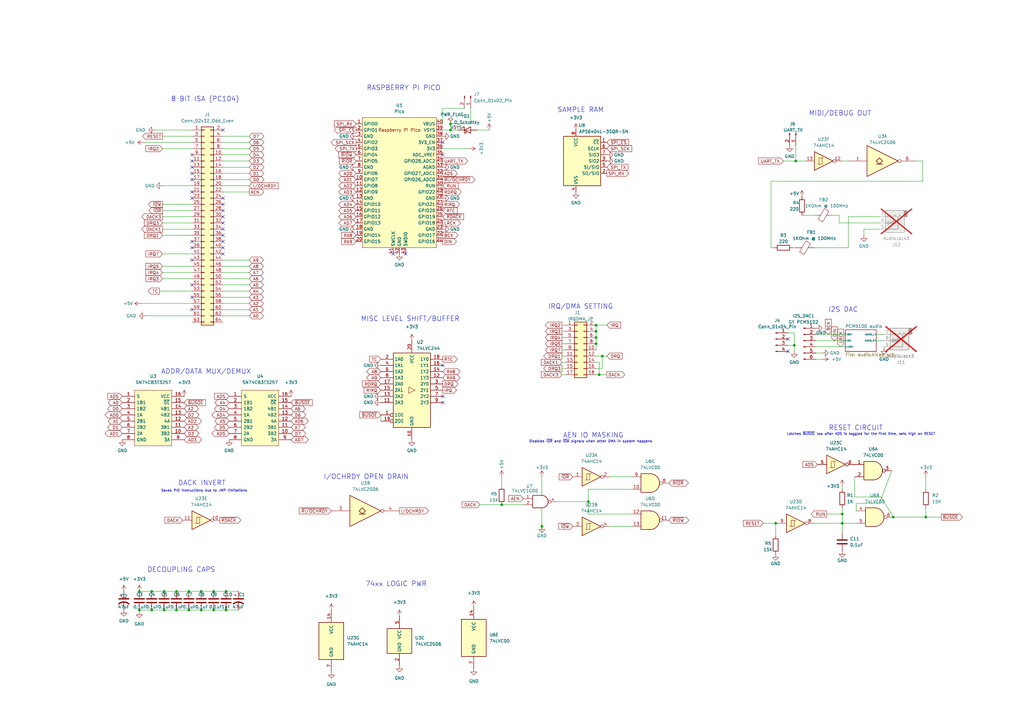
<source format=kicad_sch>
(kicad_sch (version 20250114) (generator "eeschema") (generator_version "9.0")
  (paper "A3")
  (title_block (title "PicoGUS") (date "2023-12-13") (rev "v1.2"))
  (text "Saves PIO instructions due to JMP limitations" (at 66.04 201.93 0) (effects (font (size 1 1)) (justify left bottom)))
  (text "DECOUPLING CAPS" (at 60.325 234.95 0) (effects (font (size 2 2)) (justify left bottom)))
  (text "I2S DAC" (at 339.725 128.27 0) (effects (font (size 2 2)) (justify left bottom)))
  (text "Disables ~{IOR} and ~{IOW} signals when other DMA in system happens" (at 216.916 181.737 0) (effects (font (size 1 1)) (justify left bottom)))
  (text "Latches ~{BUSOE} low after ADS is toggled for the first time, sets high on RESET" (at 322.707 178.689 0) (effects (font (size 1 1)) (justify left bottom)))
  (text "MIDI/DEBUG OUT" (at 331.724 47.752 0) (effects (font (size 2 2)) (justify left bottom)))
  (text "MISC LEVEL SHIFT/BUFFER" (at 147.955 132.08 0) (effects (font (size 2 2)) (justify left bottom)))
  (text "IRQ/DMA SETTING" (at 224.79 127 0) (effects (font (size 2 2)) (justify left bottom)))
  (text "DACK INVERT" (at 73.025 199.39 0) (effects (font (size 2 2)) (justify left bottom)))
  (text "ADDR/DATA MUX/DEMUX" (at 66.04 153.67 0) (effects (font (size 2 2)) (justify left bottom)))
  (text "SAMPLE RAM" (at 228.6 46.355 0) (effects (font (size 2 2)) (justify left bottom)))
  (text "8 BIT ISA (PC104)" (at 70.104 41.91 0) (effects (font (size 2 2)) (justify left bottom)))
  (text "AEN IO MASKING" (at 230.886 179.832 0) (effects (font (size 2 2)) (justify left bottom)))
  (text "RASPBERRY PI PICO" (at 150.368 37.338 0) (effects (font (size 2 2)) (justify left bottom)))
  (text "RESET CIRCUIT" (at 339.852 176.784 0) (effects (font (size 2 2)) (justify left bottom)))
  (text "I/OCHRDY OPEN DRAIN" (at 132.715 196.85 0) (effects (font (size 2 2)) (justify left bottom)))
  (text "74xx LOGIC PWR" (at 149.86 240.792 0) (effects (font (size 2 2)) (justify left bottom)))
  (junction (at 205.74 207.01))
  (junction (at 247.015 146.05))
  (junction (at 345.44 210.82))
  (junction (at 244.475 138.43))
  (junction (at 77.47 242.57))
  (junction (at 82.55 242.57))
  (junction (at 92.71 242.57))
  (junction (at 326.39 66.04))
  (junction (at 345.44 214.63))
  (junction (at 379.73 212.09))
  (junction (at 325.755 141.605))
  (junction (at 87.63 250.19))
  (junction (at 318.135 214.63))
  (junction (at 62.23 242.57))
  (junction (at 245.745 153.67))
  (junction (at 62.23 250.19))
  (junction (at 72.39 242.57))
  (junction (at 82.55 250.19))
  (junction (at 67.31 242.57))
  (junction (at 57.15 242.57))
  (junction (at 184.785 50.8))
  (junction (at 72.39 250.19))
  (junction (at 244.475 133.35))
  (junction (at 92.71 250.19))
  (junction (at 244.475 135.89))
  (junction (at 87.63 242.57))
  (junction (at 184.785 53.34))
  (junction (at 222.25 215.9))
  (junction (at 366.395 212.09))
  (junction (at 77.47 250.19))
  (junction (at 244.475 140.97))
  (junction (at 67.31 250.19))
  (junction (at 241.3 205.74))
  (junction (at 57.15 250.19))
  (no_connect (at 78.74 66.04))
  (no_connect (at 91.44 104.14))
  (no_connect (at 91.44 83.82))
  (no_connect (at 91.44 93.98))
  (no_connect (at 91.44 91.44))
  (no_connect (at 78.74 106.68))
  (no_connect (at 181.61 149.86))
  (no_connect (at 78.74 71.12))
  (no_connect (at 91.44 81.28))
  (no_connect (at 323.215 139.065))
  (no_connect (at 78.74 78.74))
  (no_connect (at 78.74 63.5))
  (no_connect (at 91.44 86.36))
  (no_connect (at 91.44 99.06))
  (no_connect (at 78.74 121.92))
  (no_connect (at 181.61 63.5))
  (no_connect (at 181.61 58.42))
  (no_connect (at 161.29 104.14))
  (no_connect (at 166.37 104.14))
  (no_connect (at 91.44 53.34))
  (no_connect (at 78.74 116.84))
  (no_connect (at 181.61 165.1))
  (no_connect (at 323.215 144.145))
  (no_connect (at 78.74 73.66))
  (no_connect (at 91.44 101.6))
  (no_connect (at 78.74 99.06))
  (no_connect (at 78.74 68.58))
  (no_connect (at 181.61 162.56))
  (no_connect (at 91.44 96.52))
  (no_connect (at 78.74 81.28))
  (no_connect (at 78.74 127))
  (no_connect (at 78.74 101.6))
  (no_connect (at 91.44 88.9))
  (wire (pts (xy 350.52 203.835) (xy 361.315 203.835)))
  (wire (pts (xy 91.44 124.46) (xy 102.235 124.46)))
  (wire (pts (xy 244.475 135.89) (xy 244.475 138.43)))
  (wire (pts (xy 347.98 66.04) (xy 345.44 66.04)))
  (wire (pts (xy 230.505 148.59) (xy 231.775 148.59)))
  (wire (pts (xy 325.755 136.525) (xy 325.755 141.605)))
  (wire (pts (xy 66.675 114.3) (xy 78.74 114.3)))
  (wire (pts (xy 366.395 212.09) (xy 379.73 212.09)))
  (wire (pts (xy 222.25 195.58) (xy 222.25 203.2)))
  (wire (pts (xy 328.93 88.265) (xy 334.01 88.265)))
  (wire (pts (xy 57.785 124.46) (xy 78.74 124.46)))
  (wire (pts (xy 91.44 111.76) (xy 102.235 111.76)))
  (wire (pts (xy 244.475 133.35) (xy 244.475 135.89)))
  (wire (pts (xy 205.74 207.01) (xy 214.63 207.01)))
  (wire (pts (xy 230.505 135.89) (xy 231.775 135.89)))
  (wire (pts (xy 345.44 210.82) (xy 345.44 214.63)))
  (wire (pts (xy 318.135 219.71) (xy 318.135 214.63)))
  (wire (pts (xy 57.15 242.57) (xy 62.23 242.57)))
  (wire (pts (xy 230.505 153.67) (xy 231.775 153.67)))
  (wire (pts (xy 184.785 53.34) (xy 181.61 53.34)))
  (wire (pts (xy 378.46 66.04) (xy 375.92 66.04)))
  (wire (pts (xy 347.98 88.9) (xy 360.68 88.9)))
  (wire (pts (xy 247.015 146.05) (xy 247.015 151.13)))
  (wire (pts (xy 244.475 148.59) (xy 245.745 148.59)))
  (wire (pts (xy 66.675 83.82) (xy 78.74 83.82)))
  (wire (pts (xy 222.25 208.28) (xy 222.25 215.9)))
  (wire (pts (xy 72.39 250.19) (xy 77.47 250.19)))
  (wire (pts (xy 259.08 215.9) (xy 250.19 215.9)))
  (wire (pts (xy 91.44 58.42) (xy 102.235 58.42)))
  (wire (pts (xy 334.645 144.78) (xy 337.185 144.78)))
  (wire (pts (xy 92.71 250.19) (xy 97.79 250.19)))
  (wire (pts (xy 193.04 50.8) (xy 193.04 44.45)))
  (wire (pts (xy 230.505 151.13) (xy 231.775 151.13)))
  (wire (pts (xy 379.73 195.58) (xy 379.73 200.66)))
  (wire (pts (xy 316.23 101.6) (xy 317.5 101.6)))
  (wire (pts (xy 345.44 218.44) (xy 345.44 214.63)))
  (wire (pts (xy 350.52 203.835) (xy 350.52 195.58)))
  (wire (pts (xy 360.68 206.375) (xy 351.155 206.375)))
  (wire (pts (xy 323.215 136.525) (xy 325.755 136.525)))
  (wire (pts (xy 66.675 76.2) (xy 78.74 76.2)))
  (wire (pts (xy 259.08 195.58) (xy 250.19 195.58)))
  (wire (pts (xy 316.23 74.295) (xy 316.23 101.6)))
  (wire (pts (xy 230.505 133.35) (xy 231.775 133.35)))
  (wire (pts (xy 323.215 141.605) (xy 325.755 141.605)))
  (wire (pts (xy 91.44 73.66) (xy 102.235 73.66)))
  (wire (pts (xy 325.12 101.6) (xy 326.39 101.6)))
  (wire (pts (xy 184.785 50.8) (xy 184.785 53.34)))
  (wire (pts (xy 87.63 242.57) (xy 92.71 242.57)))
  (wire (pts (xy 230.505 138.43) (xy 231.775 138.43)))
  (wire (pts (xy 339.09 210.82) (xy 345.44 210.82)))
  (wire (pts (xy 379.73 208.28) (xy 379.73 212.09)))
  (wire (pts (xy 66.675 86.36) (xy 78.74 86.36)))
  (wire (pts (xy 91.44 66.04) (xy 102.235 66.04)))
  (wire (pts (xy 334.645 142.24) (xy 346.71 142.24)))
  (wire (pts (xy 82.55 250.19) (xy 87.63 250.19)))
  (wire (pts (xy 66.675 93.98) (xy 78.74 93.98)))
  (wire (pts (xy 67.31 242.57) (xy 72.39 242.57)))
  (wire (pts (xy 313.055 214.63) (xy 318.135 214.63)))
  (wire (pts (xy 247.015 146.05) (xy 248.92 146.05)))
  (wire (pts (xy 228.6 205.74) (xy 241.3 205.74)))
  (wire (pts (xy 205.74 195.58) (xy 205.74 199.39)))
  (wire (pts (xy 66.675 60.96) (xy 78.74 60.96)))
  (wire (pts (xy 378.46 66.04) (xy 378.46 74.295)))
  (wire (pts (xy 91.44 127) (xy 102.235 127)))
  (wire (pts (xy 334.645 139.7) (xy 346.71 139.7)))
  (wire (pts (xy 344.17 88.265) (xy 344.17 91.44)))
  (wire (pts (xy 57.15 250.19) (xy 62.23 250.19)))
  (wire (pts (xy 63.5 53.34) (xy 78.74 53.34)))
  (wire (pts (xy 341.63 88.265) (xy 344.17 88.265)))
  (wire (pts (xy 351.155 206.375) (xy 351.155 209.55)))
  (wire (pts (xy 187.96 53.34) (xy 184.785 53.34)))
  (wire (pts (xy 334.645 137.16) (xy 346.71 137.16)))
  (wire (pts (xy 66.675 109.22) (xy 78.74 109.22)))
  (wire (pts (xy 91.44 78.74) (xy 102.235 78.74)))
  (wire (pts (xy 347.98 101.6) (xy 347.98 88.9)))
  (wire (pts (xy 196.85 207.01) (xy 205.74 207.01)))
  (wire (pts (xy 77.47 250.19) (xy 82.55 250.19)))
  (wire (pts (xy 181.61 60.96) (xy 192.405 60.96)))
  (wire (pts (xy 62.23 250.19) (xy 67.31 250.19)))
  (wire (pts (xy 65.405 119.38) (xy 78.74 119.38)))
  (wire (pts (xy 156.21 170.18) (xy 156.21 172.72)))
  (wire (pts (xy 66.675 88.9) (xy 78.74 88.9)))
  (wire (pts (xy 91.44 114.3) (xy 102.235 114.3)))
  (wire (pts (xy 91.44 116.84) (xy 102.235 116.84)))
  (wire (pts (xy 72.39 242.57) (xy 77.47 242.57)))
  (wire (pts (xy 359.41 137.16) (xy 362.585 137.16)))
  (wire (pts (xy 334.01 101.6) (xy 347.98 101.6)))
  (wire (pts (xy 91.44 68.58) (xy 102.235 68.58)))
  (wire (pts (xy 244.475 140.97) (xy 244.475 143.51)))
  (wire (pts (xy 181.61 44.45) (xy 190.5 44.45)))
  (wire (pts (xy 245.745 153.67) (xy 248.92 153.67)))
  (wire (pts (xy 244.475 133.35) (xy 248.92 133.35)))
  (wire (pts (xy 91.44 121.92) (xy 102.235 121.92)))
  (wire (pts (xy 325.755 141.605) (xy 325.755 144.145)))
  (wire (pts (xy 91.44 129.54) (xy 102.235 129.54)))
  (wire (pts (xy 344.17 91.44) (xy 360.68 91.44)))
  (wire (pts (xy 230.505 140.97) (xy 231.775 140.97)))
  (wire (pts (xy 66.675 104.14) (xy 78.74 104.14)))
  (wire (pts (xy 91.44 55.88) (xy 102.235 55.88)))
  (wire (pts (xy 91.44 63.5) (xy 102.235 63.5)))
  (wire (pts (xy 181.61 50.8) (xy 181.61 44.45)))
  (wire (pts (xy 334.01 214.63) (xy 345.44 214.63)))
  (wire (pts (xy 378.46 74.295) (xy 316.23 74.295)))
  (wire (pts (xy 241.3 210.82) (xy 259.08 210.82)))
  (wire (pts (xy 195.58 53.34) (xy 200.66 53.34)))
  (wire (pts (xy 362.585 142.875) (xy 362.585 142.24)))
  (wire (pts (xy 244.475 146.05) (xy 247.015 146.05)))
  (wire (pts (xy 59.055 58.42) (xy 78.74 58.42)))
  (wire (pts (xy 345.44 214.63) (xy 351.155 214.63)))
  (wire (pts (xy 244.475 138.43) (xy 244.475 140.97)))
  (wire (pts (xy 91.44 71.12) (xy 102.235 71.12)))
  (wire (pts (xy 91.44 60.96) (xy 102.235 60.96)))
  (wire (pts (xy 326.39 59.69) (xy 326.39 66.04)))
  (wire (pts (xy 91.44 109.22) (xy 102.235 109.22)))
  (wire (pts (xy 361.315 203.835) (xy 366.395 212.09)))
  (wire (pts (xy 365.76 193.04) (xy 360.68 206.375)))
  (wire (pts (xy 77.47 242.57) (xy 82.55 242.57)))
  (wire (pts (xy 222.25 218.44) (xy 222.25 215.9)))
  (wire (pts (xy 244.475 153.67) (xy 245.745 153.67)))
  (wire (pts (xy 259.08 200.66) (xy 241.3 200.66)))
  (wire (pts (xy 345.44 208.28) (xy 345.44 210.82)))
  (wire (pts (xy 91.44 106.68) (xy 102.235 106.68)))
  (wire (pts (xy 326.39 66.04) (xy 330.2 66.04)))
  (wire (pts (xy 87.63 250.19) (xy 92.71 250.19)))
  (wire (pts (xy 91.44 119.38) (xy 102.235 119.38)))
  (wire (pts (xy 67.31 250.19) (xy 72.39 250.19)))
  (wire (pts (xy 345.44 199.39) (xy 345.44 200.66)))
  (wire (pts (xy 359.41 139.7) (xy 362.585 139.7)))
  (wire (pts (xy 318.135 214.63) (xy 318.77 214.63)))
  (wire (pts (xy 66.675 55.88) (xy 78.74 55.88)))
  (wire (pts (xy 321.31 66.04) (xy 326.39 66.04)))
  (wire (pts (xy 241.3 205.74) (xy 241.3 210.82)))
  (wire (pts (xy 82.55 242.57) (xy 87.63 242.57)))
  (wire (pts (xy 354.33 96.52) (xy 354.33 93.98)))
  (wire (pts (xy 66.675 111.76) (xy 78.74 111.76)))
  (wire (pts (xy 245.745 148.59) (xy 245.745 153.67)))
  (wire (pts (xy 91.44 76.2) (xy 102.235 76.2)))
  (wire (pts (xy 386.08 212.09) (xy 379.73 212.09)))
  (wire (pts (xy 354.33 93.98) (xy 360.68 93.98)))
  (wire (pts (xy 334.645 147.32) (xy 337.185 147.32)))
  (wire (pts (xy 92.71 242.57) (xy 97.79 242.57)))
  (wire (pts (xy 230.505 143.51) (xy 231.775 143.51)))
  (wire (pts (xy 59.69 129.54) (xy 78.74 129.54)))
  (wire (pts (xy 247.015 151.13) (xy 244.475 151.13)))
  (wire (pts (xy 66.675 91.44) (xy 78.74 91.44)))
  (wire (pts (xy 184.785 50.8) (xy 193.04 50.8)))
  (wire (pts (xy 230.505 146.05) (xy 231.775 146.05)))
  (wire (pts (xy 62.23 242.57) (xy 67.31 242.57)))
  (wire (pts (xy 57.15 250.19) (xy 57.15 250.825)))
  (wire (pts (xy 241.3 200.66) (xy 241.3 205.74)))
  (wire (pts (xy 66.675 96.52) (xy 78.74 96.52)))
  (label "VSYS" (at 184.785 53.34 0))
  (global_label "~{BUSOE}" (shape input) (at 75.565 165.1 0) (property "Intersheetrefs" "${INTERSHEET_REFS}" (effects (hide yes))))
  (global_label "IRQ3" (shape input) (at 66.675 114.3 180) (property "Intersheetrefs" "${INTERSHEET_REFS}" (effects (hide yes))))
  (global_label "A9" (shape bidirectional) (at 102.235 106.68 0) (property "Intersheetrefs" "${INTERSHEET_REFS}" (effects (hide yes))))
  (global_label "D0" (shape bidirectional) (at 102.235 73.66 0) (property "Intersheetrefs" "${INTERSHEET_REFS}" (effects (hide yes))))
  (global_label "D6" (shape bidirectional) (at 119.38 170.18 0) (property "Intersheetrefs" "${INTERSHEET_REFS}" (effects (hide yes))))
  (global_label "LRCK" (shape output) (at 181.61 91.44 0) (property "Intersheetrefs" "${INTERSHEET_REFS}" (effects (hide yes))))
  (global_label "~{BUSOE}" (shape output) (at 386.08 212.09 0) (property "Intersheetrefs" "${INTERSHEET_REFS}" (effects (hide yes))))
  (global_label "ADS" (shape input) (at 335.28 190.5 180) (property "Intersheetrefs" "${INTERSHEET_REFS}" (effects (hide yes))))
  (global_label "IRQ" (shape input) (at 248.92 133.35 0) (property "Intersheetrefs" "${INTERSHEET_REFS}" (effects (hide yes))))
  (global_label "A0" (shape bidirectional) (at 102.235 129.54 0) (property "Intersheetrefs" "${INTERSHEET_REFS}" (effects (hide yes))))
  (global_label "AD6" (shape bidirectional) (at 119.38 172.72 0) (property "Intersheetrefs" "${INTERSHEET_REFS}" (effects (hide yes))))
  (global_label "A1" (shape bidirectional) (at 102.235 127 0) (property "Intersheetrefs" "${INTERSHEET_REFS}" (effects (hide yes))))
  (global_label "A3" (shape bidirectional) (at 75.565 175.26 0) (property "Intersheetrefs" "${INTERSHEET_REFS}" (effects (hide yes))))
  (global_label "D5" (shape bidirectional) (at 93.98 175.26 180) (property "Intersheetrefs" "${INTERSHEET_REFS}" (effects (hide yes))))
  (global_label "~{RIOR}" (shape input) (at 146.05 66.04 180) (property "Intersheetrefs" "${INTERSHEET_REFS}" (effects (hide yes))))
  (global_label "DACK" (shape input) (at 74.93 213.36 180) (property "Intersheetrefs" "${INTERSHEET_REFS}" (effects (hide yes))))
  (global_label "D7" (shape bidirectional) (at 119.38 177.8 0) (property "Intersheetrefs" "${INTERSHEET_REFS}" (effects (hide yes))))
  (global_label "RTC" (shape output) (at 181.61 147.32 0) (property "Intersheetrefs" "${INTERSHEET_REFS}" (effects (hide yes))))
  (global_label "IRQ3" (shape output) (at 230.505 135.89 180) (property "Intersheetrefs" "${INTERSHEET_REFS}" (effects (hide yes))))
  (global_label "D4" (shape bidirectional) (at 93.98 167.64 180) (property "Intersheetrefs" "${INTERSHEET_REFS}" (effects (hide yes))))
  (global_label "~{RIOR}" (shape bidirectional) (at 274.32 198.12 0) (property "Intersheetrefs" "${INTERSHEET_REFS}" (effects (hide yes))))
  (global_label "UART_TX" (shape output) (at 181.61 66.04 0) (property "Intersheetrefs" "${INTERSHEET_REFS}" (effects (hide yes))))
  (global_label "~{SPI_CS}" (shape input) (at 248.92 58.42 0) (property "Intersheetrefs" "${INTERSHEET_REFS}" (effects (hide yes))))
  (global_label "D2" (shape bidirectional) (at 102.235 68.58 0) (property "Intersheetrefs" "${INTERSHEET_REFS}" (effects (hide yes))))
  (global_label "RDRQ" (shape input) (at 156.21 157.48 180) (property "Intersheetrefs" "${INTERSHEET_REFS}" (effects (hide yes))))
  (global_label "DACK1" (shape output) (at 66.675 93.98 180) (property "Intersheetrefs" "${INTERSHEET_REFS}" (effects (hide yes))))
  (global_label "AD4" (shape bidirectional) (at 93.98 170.18 180) (property "Intersheetrefs" "${INTERSHEET_REFS}" (effects (hide yes))))
  (global_label "D1" (shape bidirectional) (at 102.235 71.12 0) (property "Intersheetrefs" "${INTERSHEET_REFS}" (effects (hide yes))))
  (global_label "DIN" (shape input) (at 342.265 139.7 90) (property "Intersheetrefs" "${INTERSHEET_REFS}" (effects (hide yes))))
  (global_label "D1" (shape bidirectional) (at 50.165 175.26 180) (property "Intersheetrefs" "${INTERSHEET_REFS}" (effects (hide yes))))
  (global_label "~{BUSOE}" (shape input) (at 156.21 170.18 180) (property "Intersheetrefs" "${INTERSHEET_REFS}" (effects (hide yes))))
  (global_label "I{slash}OCHRDY" (shape output) (at 163.83 209.55 0) (property "Intersheetrefs" "${INTERSHEET_REFS}" (effects (hide yes))))
  (global_label "AD1" (shape bidirectional) (at 146.05 73.66 180) (property "Intersheetrefs" "${INTERSHEET_REFS}" (effects (hide yes))))
  (global_label "DRQ3" (shape input) (at 66.675 91.44 180) (property "Intersheetrefs" "${INTERSHEET_REFS}" (effects (hide yes))))
  (global_label "TC" (shape input) (at 156.21 147.32 180) (property "Intersheetrefs" "${INTERSHEET_REFS}" (effects (hide yes))))
  (global_label "~{RI{slash}OCHRDY}" (shape input) (at 135.89 209.55 180) (property "Intersheetrefs" "${INTERSHEET_REFS}" (effects (hide yes))))
  (global_label "A8" (shape bidirectional) (at 102.235 109.22 0) (property "Intersheetrefs" "${INTERSHEET_REFS}" (effects (hide yes))))
  (global_label "AD2" (shape bidirectional) (at 75.565 172.72 0) (property "Intersheetrefs" "${INTERSHEET_REFS}" (effects (hide yes))))
  (global_label "SPI_SCK" (shape input) (at 248.92 60.96 0) (property "Intersheetrefs" "${INTERSHEET_REFS}" (effects (hide yes))))
  (global_label "DACK" (shape output) (at 248.92 153.67 0) (property "Intersheetrefs" "${INTERSHEET_REFS}" (effects (hide yes))))
  (global_label "BCK" (shape input) (at 339.725 137.16 90) (property "Intersheetrefs" "${INTERSHEET_REFS}" (effects (hide yes))))
  (global_label "DACK1" (shape input) (at 230.505 148.59 180) (property "Intersheetrefs" "${INTERSHEET_REFS}" (effects (hide yes))))
  (global_label "IRQ" (shape output) (at 181.61 160.02 0) (property "Intersheetrefs" "${INTERSHEET_REFS}" (effects (hide yes))))
  (global_label "A4" (shape bidirectional) (at 93.98 165.1 180) (property "Intersheetrefs" "${INTERSHEET_REFS}" (effects (hide yes))))
  (global_label "A6" (shape bidirectional) (at 102.235 114.3 0) (property "Intersheetrefs" "${INTERSHEET_REFS}" (effects (hide yes))))
  (global_label "DACK3" (shape output) (at 66.675 88.9 180) (property "Intersheetrefs" "${INTERSHEET_REFS}" (effects (hide yes))))
  (global_label "~{SPI_CS}" (shape output) (at 146.05 53.34 180) (property "Intersheetrefs" "${INTERSHEET_REFS}" (effects (hide yes))))
  (global_label "~{IOW}" (shape input) (at 234.95 215.9 180) (property "Intersheetrefs" "${INTERSHEET_REFS}" (effects (hide yes))))
  (global_label "AD1" (shape bidirectional) (at 50.165 177.8 180) (property "Intersheetrefs" "${INTERSHEET_REFS}" (effects (hide yes))))
  (global_label "DRQ1" (shape output) (at 230.505 146.05 180) (property "Intersheetrefs" "${INTERSHEET_REFS}" (effects (hide yes))))
  (global_label "IRQ7" (shape output) (at 230.505 143.51 180) (property "Intersheetrefs" "${INTERSHEET_REFS}" (effects (hide yes))))
  (global_label "D3" (shape bidirectional) (at 75.565 177.8 0) (property "Intersheetrefs" "${INTERSHEET_REFS}" (effects (hide yes))))
  (global_label "A2" (shape bidirectional) (at 102.235 124.46 0) (property "Intersheetrefs" "${INTERSHEET_REFS}" (effects (hide yes))))
  (global_label "AD0" (shape bidirectional) (at 146.05 71.12 180) (property "Intersheetrefs" "${INTERSHEET_REFS}" (effects (hide yes))))
  (global_label "A4" (shape bidirectional) (at 102.235 119.38 0) (property "Intersheetrefs" "${INTERSHEET_REFS}" (effects (hide yes))))
  (global_label "IRQ7" (shape input) (at 66.675 104.14 180) (property "Intersheetrefs" "${INTERSHEET_REFS}" (effects (hide yes))))
  (global_label "RA8" (shape bidirectional) (at 181.61 152.4 0) (property "Intersheetrefs" "${INTERSHEET_REFS}" (effects (hide yes))))
  (global_label "D7" (shape bidirectional) (at 102.235 55.88 0) (property "Intersheetrefs" "${INTERSHEET_REFS}" (effects (hide yes))))
  (global_label "UART_TX" (shape input) (at 321.31 66.04 180) (property "Intersheetrefs" "${INTERSHEET_REFS}" (effects (hide yes))))
  (global_label "AEN" (shape input) (at 214.63 204.47 180) (property "Intersheetrefs" "${INTERSHEET_REFS}" (effects (hide yes))))
  (global_label "IRQ5" (shape output) (at 230.505 140.97 180) (property "Intersheetrefs" "${INTERSHEET_REFS}" (effects (hide yes))))
  (global_label "~{RDACK}" (shape output) (at 90.17 213.36 0) (property "Intersheetrefs" "${INTERSHEET_REFS}" (effects (hide yes))))
  (global_label "DIN" (shape output) (at 181.61 99.06 0) (property "Intersheetrefs" "${INTERSHEET_REFS}" (effects (hide yes))))
  (global_label "AD3" (shape bidirectional) (at 75.565 180.34 0) (property "Intersheetrefs" "${INTERSHEET_REFS}" (effects (hide yes))))
  (global_label "~{IOW}" (shape output) (at 66.675 83.82 180) (property "Intersheetrefs" "${INTERSHEET_REFS}" (effects (hide yes))))
  (global_label "~{IOR}" (shape output) (at 66.675 86.36 180) (property "Intersheetrefs" "${INTERSHEET_REFS}" (effects (hide yes))))
  (global_label "A2" (shape bidirectional) (at 75.565 167.64 0) (property "Intersheetrefs" "${INTERSHEET_REFS}" (effects (hide yes))))
  (global_label "~{RI{slash}OCHRDY}" (shape output) (at 181.61 73.66 0) (property "Intersheetrefs" "${INTERSHEET_REFS}" (effects (hide yes))))
  (global_label "RESET" (shape input) (at 313.055 214.63 180) (property "Intersheetrefs" "${INTERSHEET_REFS}" (effects (hide yes))))
  (global_label "ADS" (shape input) (at 50.165 162.56 180) (property "Intersheetrefs" "${INTERSHEET_REFS}" (effects (hide yes))))
  (global_label "DRQ1" (shape input) (at 66.675 96.52 180) (property "Intersheetrefs" "${INTERSHEET_REFS}" (effects (hide yes))))
  (global_label "AD2" (shape bidirectional) (at 146.05 76.2 180) (property "Intersheetrefs" "${INTERSHEET_REFS}" (effects (hide yes))))
  (global_label "SPI_TX" (shape input) (at 248.92 68.58 0) (property "Intersheetrefs" "${INTERSHEET_REFS}" (effects (hide yes))))
  (global_label "A0" (shape bidirectional) (at 50.165 165.1 180) (property "Intersheetrefs" "${INTERSHEET_REFS}" (effects (hide yes))))
  (global_label "AD6" (shape bidirectional) (at 146.05 88.9 180) (property "Intersheetrefs" "${INTERSHEET_REFS}" (effects (hide yes))))
  (global_label "AD4" (shape bidirectional) (at 146.05 83.82 180) (property "Intersheetrefs" "${INTERSHEET_REFS}" (effects (hide yes))))
  (global_label "~{RIOW}" (shape input) (at 146.05 63.5 180) (property "Intersheetrefs" "${INTERSHEET_REFS}" (effects (hide yes))))
  (global_label "D5" (shape bidirectional) (at 102.235 60.96 0) (property "Intersheetrefs" "${INTERSHEET_REFS}" (effects (hide yes))))
  (global_label "IRQ4" (shape input) (at 66.675 111.76 180) (property "Intersheetrefs" "${INTERSHEET_REFS}" (effects (hide yes))))
  (global_label "D2" (shape bidirectional) (at 75.565 170.18 0) (property "Intersheetrefs" "${INTERSHEET_REFS}" (effects (hide yes))))
  (global_label "AD0" (shape bidirectional) (at 50.165 170.18 180) (property "Intersheetrefs" "${INTERSHEET_REFS}" (effects (hide yes))))
  (global_label "IRQ2" (shape input) (at 66.675 60.96 180) (property "Intersheetrefs" "${INTERSHEET_REFS}" (effects (hide yes))))
  (global_label "LRCK" (shape input) (at 344.805 142.24 90) (property "Intersheetrefs" "${INTERSHEET_REFS}" (effects (hide yes))))
  (global_label "RA8" (shape input) (at 146.05 96.52 180) (property "Intersheetrefs" "${INTERSHEET_REFS}" (effects (hide yes))))
  (global_label "SPI_RX" (shape input) (at 146.05 50.8 180) (property "Intersheetrefs" "${INTERSHEET_REFS}" (effects (hide yes))))
  (global_label "RA9" (shape bidirectional) (at 181.61 154.94 0) (property "Intersheetrefs" "${INTERSHEET_REFS}" (effects (hide yes))))
  (global_label "SPI_SCK" (shape output) (at 146.05 58.42 180) (property "Intersheetrefs" "${INTERSHEET_REFS}" (effects (hide yes))))
  (global_label "RIRQ" (shape output) (at 181.61 83.82 0) (property "Intersheetrefs" "${INTERSHEET_REFS}" (effects (hide yes))))
  (global_label "TC" (shape output) (at 65.405 119.38 180) (property "Intersheetrefs" "${INTERSHEET_REFS}" (effects (hide yes))))
  (global_label "A7" (shape bidirectional) (at 102.235 111.76 0) (property "Intersheetrefs" "${INTERSHEET_REFS}" (effects (hide yes))))
  (global_label "SPI_RX" (shape output) (at 248.92 71.12 0) (property "Intersheetrefs" "${INTERSHEET_REFS}" (effects (hide yes))))
  (global_label "A5" (shape bidirectional) (at 93.98 172.72 180) (property "Intersheetrefs" "${INTERSHEET_REFS}" (effects (hide yes))))
  (global_label "RESET" (shape output) (at 66.675 55.88 180) (property "Intersheetrefs" "${INTERSHEET_REFS}" (effects (hide yes))))
  (global_label "RDRQ" (shape output) (at 181.61 78.74 0) (property "Intersheetrefs" "${INTERSHEET_REFS}" (effects (hide yes))))
  (global_label "D4" (shape bidirectional) (at 102.235 63.5 0) (property "Intersheetrefs" "${INTERSHEET_REFS}" (effects (hide yes))))
  (global_label "I{slash}OCHRDY" (shape input) (at 102.235 76.2 0) (property "Intersheetrefs" "${INTERSHEET_REFS}" (effects (hide yes))))
  (global_label "RUN" (shape output) (at 339.09 210.82 180) (property "Intersheetrefs" "${INTERSHEET_REFS}" (effects (hide yes))))
  (global_label "AD3" (shape bidirectional) (at 146.05 78.74 180) (property "Intersheetrefs" "${INTERSHEET_REFS}" (effects (hide yes))))
  (global_label "AEN" (shape output) (at 102.235 78.74 0) (property "Intersheetrefs" "${INTERSHEET_REFS}" (effects (hide yes))))
  (global_label "RIRQ" (shape input) (at 156.21 160.02 180) (property "Intersheetrefs" "${INTERSHEET_REFS}" (effects (hide yes))))
  (global_label "AD7" (shape bidirectional) (at 146.05 91.44 180) (property "Intersheetrefs" "${INTERSHEET_REFS}" (effects (hide yes))))
  (global_label "DRQ" (shape output) (at 181.61 157.48 0) (property "Intersheetrefs" "${INTERSHEET_REFS}" (effects (hide yes))))
  (global_label "A9" (shape bidirectional) (at 156.21 154.94 180) (property "Intersheetrefs" "${INTERSHEET_REFS}" (effects (hide yes))))
  (global_label "ADS" (shape input) (at 93.98 162.56 180) (property "Intersheetrefs" "${INTERSHEET_REFS}" (effects (hide yes))))
  (global_label "D3" (shape bidirectional) (at 102.235 66.04 0) (property "Intersheetrefs" "${INTERSHEET_REFS}" (effects (hide yes))))
  (global_label "A1" (shape bidirectional) (at 50.165 172.72 180) (property "Intersheetrefs" "${INTERSHEET_REFS}" (effects (hide yes))))
  (global_label "A5" (shape bidirectional) (at 102.235 116.84 0) (property "Intersheetrefs" "${INTERSHEET_REFS}" (effects (hide yes))))
  (global_label "DACK3" (shape input) (at 230.505 153.67 180) (property "Intersheetrefs" "${INTERSHEET_REFS}" (effects (hide yes))))
  (global_label "A7" (shape bidirectional) (at 119.38 175.26 0) (property "Intersheetrefs" "${INTERSHEET_REFS}" (effects (hide yes))))
  (global_label "~{IOR}" (shape input) (at 234.95 195.58 180) (property "Intersheetrefs" "${INTERSHEET_REFS}" (effects (hide yes))))
  (global_label "~{BUSOE}" (shape input) (at 119.38 165.1 0) (property "Intersheetrefs" "${INTERSHEET_REFS}" (effects (hide yes))))
  (global_label "BCK" (shape output) (at 181.61 96.52 0) (property "Intersheetrefs" "${INTERSHEET_REFS}" (effects (hide yes))))
  (global_label "ADS" (shape output) (at 181.61 71.12 0) (property "Intersheetrefs" "${INTERSHEET_REFS}" (effects (hide yes))))
  (global_label "IRQ4" (shape output) (at 230.505 138.43 180) (property "Intersheetrefs" "${INTERSHEET_REFS}" (effects (hide yes))))
  (global_label "~{RDACK}" (shape input) (at 181.61 88.9 0) (property "Intersheetrefs" "${INTERSHEET_REFS}" (effects (hide yes))))
  (global_label "RTC" (shape input) (at 181.61 86.36 0) (property "Intersheetrefs" "${INTERSHEET_REFS}" (effects (hide yes))))
  (global_label "DRQ" (shape input) (at 248.92 146.05 0) (property "Intersheetrefs" "${INTERSHEET_REFS}" (effects (hide yes))))
  (global_label "D6" (shape bidirectional) (at 102.235 58.42 0) (property "Intersheetrefs" "${INTERSHEET_REFS}" (effects (hide yes))))
  (global_label "D0" (shape bidirectional) (at 50.165 167.64 180) (property "Intersheetrefs" "${INTERSHEET_REFS}" (effects (hide yes))))
  (global_label "RUN" (shape input) (at 181.61 76.2 0) (property "Intersheetrefs" "${INTERSHEET_REFS}" (effects (hide yes))))
  (global_label "AD5" (shape bidirectional) (at 93.98 177.8 180) (property "Intersheetrefs" "${INTERSHEET_REFS}" (effects (hide yes))))
  (global_label "IRQ2" (shape output) (at 230.505 133.35 180) (property "Intersheetrefs" "${INTERSHEET_REFS}" (effects (hide yes))))
  (global_label "A3" (shape bidirectional) (at 102.235 121.92 0) (property "Intersheetrefs" "${INTERSHEET_REFS}" (effects (hide yes))))
  (global_label "DRQ3" (shape output) (at 230.505 151.13 180) (property "Intersheetrefs" "${INTERSHEET_REFS}" (effects (hide yes))))
  (global_label "A6" (shape bidirectional) (at 119.38 167.64 0) (property "Intersheetrefs" "${INTERSHEET_REFS}" (effects (hide yes))))
  (global_label "AD5" (shape bidirectional) (at 146.05 86.36 180) (property "Intersheetrefs" "${INTERSHEET_REFS}" (effects (hide yes))))
  (global_label "AD7" (shape bidirectional) (at 119.38 180.34 0) (property "Intersheetrefs" "${INTERSHEET_REFS}" (effects (hide yes))))
  (global_label "~{RIOW}" (shape bidirectional) (at 274.32 213.36 0) (property "Intersheetrefs" "${INTERSHEET_REFS}" (effects (hide yes))))
  (global_label "IRQ5" (shape input) (at 66.675 109.22 180) (property "Intersheetrefs" "${INTERSHEET_REFS}" (effects (hide yes))))
  (global_label "DACK" (shape input) (at 196.85 207.01 180) (property "Intersheetrefs" "${INTERSHEET_REFS}" (effects (hide yes))))
  (global_label "A8" (shape bidirectional) (at 156.21 152.4 180) (property "Intersheetrefs" "${INTERSHEET_REFS}" (effects (hide yes))))
  (global_label "RA9" (shape input) (at 146.05 99.06 180) (property "Intersheetrefs" "${INTERSHEET_REFS}" (effects (hide yes))))
  (global_label "SPI_TX" (shape output) (at 146.05 60.96 180) (property "Intersheetrefs" "${INTERSHEET_REFS}" (effects (hide yes))))
  (symbol (lib_id "power:+3.3V") (at 75.565 162.56 0) (unit 1)
    (property "Reference" "#PWR016" (effects (hide yes)))
    (property "Value" "+3V3" (at 75.565 156.845 0))
  )
  (symbol (lib_id "Device:R") (at 345.44 204.47 0) (unit 1)
    (property "Reference" "R1" (at 347.345 203.2 0) (effects (justify left)))
    (property "Value" "1K" (at 347.345 205.74 0) (effects (justify left)))
    (property "Footprint" "Resistor_SMD:R_0805_2012Metric" (effects (hide yes)))
    (property "LCSC" "C17513" (effects (hide yes)))
  )
  (symbol (lib_id "power:GND") (at 334.645 134.62 90) (unit 1)
    (property "Reference" "#PWR027" (effects (hide yes)))
    (property "Value" "GND" (at 334.645 136.525 90) (effects (justify right)))
  )
  (symbol (lib_id "Device:R") (at 379.73 204.47 0) (unit 1)
    (property "Reference" "R2" (at 382.27 203.2 0) (effects (justify left)))
    (property "Value" "15K" (at 382.27 205.74 0) (effects (justify left)))
    (property "Footprint" "Resistor_SMD:R_0805_2012Metric" (effects (hide yes)))
    (property "LCSC" "C17475" (effects (hide yes)))
  )
  (symbol (lib_id "Device:D_Schottky") (at 191.77 53.34 0) (unit 1)
    (property "Reference" "D1" (at 191.4525 47.625 0))
    (property "Value" "D_Schottky" (at 191.4525 50.165 0))
    (property "Footprint" "Diode_SMD:D_SOD-123" (effects (hide yes)))
    (property "LCSC" "C8598" (effects (hide yes)))
  )
  (symbol (lib_name "74LVC2G06_1") (lib_id "74xGxx:74LVC2G06") (at 163.83 262.89 0) (unit 3)
    (property "Reference" "U3" (at 170.18 261.6199 0) (effects (justify left)))
    (property "Value" "74LVC2G06" (at 170.18 264.1599 0) (effects (justify left)))
    (property "Footprint" "Package_TO_SOT_SMD:SOT-23-6" (effects (hide yes)))
    (property "Datasheet" "http://www.ti.com/lit/sg/scyt129e/scyt129e.pdf" (effects (hide yes)))
    (property "Description" "Dual NOT Gate, Open Drain, Low-Voltage CMOS" (effects (hide yes)))
  )
  (symbol (lib_id "power:GND") (at 93.98 180.34 0) (unit 1)
    (property "Reference" "#PWR0108" (effects (hide yes)))
    (property "Value" "GND" (at 93.98 184.785 0))
  )
  (symbol (lib_id "power:+3.3V") (at 222.25 195.58 0) (unit 1)
    (property "Reference" "#PWR0115" (effects (hide yes)))
    (property "Value" "+3V3" (at 222.25 191.77 0))
  )
  (symbol (lib_id "power:GND") (at 156.21 162.56 270) (unit 1)
    (property "Reference" "#PWR0118" (effects (hide yes)))
    (property "Value" "GND" (at 151.13 162.56 90))
  )
  (symbol (lib_id "74xx:74HC14") (at 337.82 66.04 0) (unit 6)
    (property "Reference" "U23" (at 337.82 57.15 0))
    (property "Value" "74AHC14" (at 337.82 59.69 0))
    (property "Footprint" "Package_SO:SO-14_3.9x8.65mm_P1.27mm" (effects (hide yes)))
    (property "Datasheet" "http://www.ti.com/lit/gpn/sn74HC14" (effects (hide yes)))
    (property "Description" "Hex inverter schmitt trigger" (effects (hide yes)))
  )
  (symbol (lib_id "power:GND") (at 50.8 250.19 0) (unit 1)
    (property "Reference" "#PWR0150" (effects (hide yes)))
    (property "Value" "GND" (at 50.8 254.635 0))
  )
  (symbol (lib_id "74xx:74HC14") (at 326.39 214.63 0) (unit 4)
    (property "Reference" "U23" (at 326.39 205.74 0))
    (property "Value" "74AHC14" (at 326.39 208.28 0))
    (property "Footprint" "Package_SO:SO-14_3.9x8.65mm_P1.27mm" (effects (hide yes)))
    (property "Datasheet" "http://www.ti.com/lit/gpn/sn74HC14" (effects (hide yes)))
    (property "Description" "Hex inverter schmitt trigger" (effects (hide yes)))
  )
  (symbol (lib_id "Connector:Conn_01x06_Pin") (at 329.565 139.7 0) (unit 1)
    (property "Reference" "I2S_DAC1" (at 329.565 129.54 0))
    (property "Value" "GY PCM5102" (at 329.565 132.08 0))
    (property "Footprint" "Connector_PinHeader_2.54mm:PinHeader_1x06_P2.54mm_Vertical" (effects (hide yes)))
  )
  (symbol (lib_id "power:GND") (at 323.85 59.69 0) (unit 1)
    (property "Reference" "#PWR018" (effects (hide yes)))
    (property "Value" "GND" (at 323.85 64.135 0))
  )
  (symbol (lib_id "power:GND") (at 50.165 180.34 0) (unit 1)
    (property "Reference" "#PWR0103" (effects (hide yes)))
    (property "Value" "GND" (at 50.165 184.785 0))
  )
  (symbol (lib_id "74xx:74HC00") (at 194.31 261.62 0) (unit 5)
    (property "Reference" "U6" (at 200.66 260.3499 0) (effects (justify left)))
    (property "Value" "74LVC00" (at 200.66 262.8899 0) (effects (justify left)))
    (property "Footprint" "Package_SO:SO-14_3.9x8.65mm_P1.27mm" (effects (hide yes)))
    (property "Datasheet" "http://www.ti.com/lit/gpn/sn74hc00" (effects (hide yes)))
    (property "Description" "quad 2-input NAND gate" (effects (hide yes)))
  )
  (symbol (lib_id "power:PWR_FLAG") (at 184.785 50.8 0) (unit 1)
    (property "Reference" "#FLG0101" (effects (hide yes)))
    (property "Value" "PWR_FLAG" (at 185.42 46.99 0))
  )
  (symbol (lib_id "Connector:Conn_01x02_Pin") (at 193.04 39.37 270) (unit 1)
    (property "Reference" "J7" (at 194.31 38.735 90) (effects (justify left)))
    (property "Value" "Conn_01x02_Pin" (at 194.31 41.275 90) (effects (justify left)))
    (property "Footprint" "Connector_PinHeader_2.54mm:PinHeader_1x02_P2.54mm_Vertical" (effects (hide yes)))
  )
  (symbol (lib_id "Device:C") (at 92.71 246.38 0) (unit 1)
    (property "Reference" "C10" (at 91.44 243.84 0) (effects (justify left)))
    (property "Value" "1uF" (at 90.805 248.92 0) (effects (justify left)))
    (property "Footprint" "Capacitor_SMD:C_0805_2012Metric" (effects (hide yes)))
    (property "LCSC" "C28323" (effects (hide yes)))
  )
  (symbol (lib_id "power:GND") (at 248.92 63.5 90) (unit 1)
    (property "Reference" "#PWR08" (effects (hide yes)))
    (property "Value" "GND" (at 255.905 63.5 90) (effects (justify left)))
  )
  (symbol (lib_id "Device:C") (at 82.55 246.38 0) (unit 1)
    (property "Reference" "C8" (at 81.28 243.84 0) (effects (justify left)))
    (property "Value" "0.1uF" (at 80.01 248.92 0) (effects (justify left)))
    (property "Footprint" "Capacitor_SMD:C_0805_2012Metric" (effects (hide yes)))
    (property "LCSC" "C49678" (effects (hide yes)))
  )
  (symbol (lib_id "power:GND") (at 146.05 81.28 270) (unit 1)
    (property "Reference" "#PWR03" (effects (hide yes)))
    (property "Value" "GND" (at 139.065 81.28 90) (effects (justify left)))
  )
  (symbol (lib_name "74LVC2G06_1") (lib_id "74xGxx:74LVC2G06") (at 363.22 66.04 0) (unit 1)
    (property "Reference" "U3" (at 361.95 55.88 0))
    (property "Value" "74LVC2G06" (at 361.95 58.42 0))
    (property "Footprint" "Package_TO_SOT_SMD:SOT-23-6" (effects (hide yes)))
    (property "Datasheet" "http://www.ti.com/lit/sg/scyt129e/scyt129e.pdf" (effects (hide yes)))
    (property "Description" "Dual NOT Gate, Open Drain, Low-Voltage CMOS" (effects (hide yes)))
  )
  (symbol (lib_id "74xx:74HC244") (at 168.91 160.02 0) (unit 1)
    (property "Reference" "U2" (at 170.8659 140.335 0) (effects (justify left)))
    (property "Value" "74LVC244" (at 170.8659 142.875 0) (effects (justify left)))
    (property "Footprint" "Package_SO:TSSOP-20_4.4x6.5mm_P0.65mm" (effects (hide yes)))
    (property "Datasheet" "https://assets.nexperia.com/documents/data-sheet/74LVC_LVCH244A.pdf" (effects (hide yes)))
    (property "LCSC" "C6079" (effects (hide yes)))
  )
  (symbol (lib_id "power:GND") (at 345.44 226.06 0) (unit 1)
    (property "Reference" "#PWR020" (effects (hide yes)))
    (property "Value" "GND" (at 345.44 229.87 0))
  )
  (symbol (lib_id "power:+5V") (at 328.93 80.645 0) (unit 1)
    (property "Reference" "#PWR022" (effects (hide yes)))
    (property "Value" "+5V" (at 325.755 79.375 0))
  )
  (symbol (lib_id "Device:C") (at 57.15 246.38 0) (unit 1)
    (property "Reference" "C3" (at 55.88 243.84 0) (effects (justify left)))
    (property "Value" "0.1uF" (at 54.61 248.92 0) (effects (justify left)))
    (property "Footprint" "Capacitor_SMD:C_0805_2012Metric" (effects (hide yes)))
    (property "LCSC" "C49678" (effects (hide yes)))
  )
  (symbol (lib_id "power:+3.3V") (at 379.73 195.58 0) (unit 1)
    (property "Reference" "#PWR0105" (effects (hide yes)))
    (property "Value" "+3V3" (at 379.73 191.77 0))
  )
  (symbol (lib_id "PiGUS library:Pico") (at 163.83 74.93 0) (unit 1)
    (property "Reference" "U1" (at 163.83 43.18 0))
    (property "Value" "Pico" (at 163.83 45.72 0))
    (property "Footprint" "PiGUS library:RPi_Pico_SMD_TH" (effects (hide yes)))
    (property "LCSC" "C2905423" (effects (hide yes)))
  )
  (symbol (lib_id "Device:C") (at 62.23 246.38 0) (unit 1)
    (property "Reference" "C4" (at 60.96 243.84 0) (effects (justify left)))
    (property "Value" "0.1uF" (at 59.69 248.92 0) (effects (justify left)))
    (property "Footprint" "Capacitor_SMD:C_0805_2012Metric" (effects (hide yes)))
    (property "LCSC" "C49678" (effects (hide yes)))
  )
  (symbol (lib_id "power:GND") (at 163.83 273.05 0) (unit 1)
    (property "Reference" "#PWR0163" (effects (hide yes)))
    (property "Value" "GND" (at 163.83 278.13 0))
  )
  (symbol (lib_id "74xx:74HC00") (at 358.775 212.09 0) (unit 2)
    (property "Reference" "U6" (at 358.7667 203.2 0))
    (property "Value" "74LVC00" (at 358.7667 205.74 0))
    (property "Footprint" "Package_SO:SO-14_3.9x8.65mm_P1.27mm" (effects (hide yes)))
    (property "Datasheet" "http://www.ti.com/lit/gpn/sn74hc00" (effects (hide yes)))
    (property "Description" "quad 2-input NAND gate" (effects (hide yes)))
  )
  (symbol (lib_id "PiGUS library:74FST3257DR2G") (at 93.98 162.56 0) (unit 1)
    (property "Reference" "U4" (at 106.68 154.305 0))
    (property "Value" "SN74CB3T3257" (at 106.68 156.845 0))
    (property "Footprint" "Package_SO:TSSOP-16_4.4x5mm_P0.65mm" (effects (hide yes)))
    (property "Datasheet" "https://componentsearchengine.com/Datasheets/2/74FST3257DR2G.pdf" (effects (hide yes)))
    (property "Description" "74FST3257DR2G, LOG QUAD 2:1 MULTIPLEXER ON Semiconductor 74FST3257DR2G, Multiplexer Switch IC Quad 2:1 Demultiplexer, 4  5.5 V, 16-Pin SOIC" (effects (hide yes)))
    (property "Height" "1.75" (effects (hide yes)))
    (property "Manufacturer_Name" "onsemi" (effects (hide yes)))
    (property "Manufacturer_Part_Number" "74FST3257DR2G" (effects (hide yes)))
    (property "Mouser Part Number" "863-74FST3257DR2G" (effects (hide yes)))
    (property "Mouser Price/Stock" "https://www.mouser.co.uk/ProductDetail/onsemi/74FST3257DR2G?qs=OSf9jACorvaK4JqsHVrhPw%3D%3D" (effects (hide yes)))
    (property "Arrow Part Number" "74FST3257DR2G" (effects (hide yes)))
    (property "Arrow Price/Stock" "https://www.arrow.com/en/products/74fst3257dr2g/on-semiconductor?region=nac" (effects (hide yes)))
    (property "LCSC" "C544573" (effects (hide yes)))
  )
  (symbol (lib_id "Device:C") (at 345.44 222.25 0) (unit 1)
    (property "Reference" "C11" (at 348.615 220.98 0) (effects (justify left)))
    (property "Value" "0.1uF" (at 348.615 223.52 0) (effects (justify left)))
    (property "Footprint" "Capacitor_SMD:C_0805_2012Metric" (effects (hide yes)))
    (property "LCSC" "C49678" (effects (hide yes)))
  )
  (symbol (lib_id "74xx:74HC00") (at 266.7 198.12 0) (unit 3)
    (property "Reference" "U6" (at 266.6917 189.23 0))
    (property "Value" "74LVC00" (at 266.6917 191.77 0))
    (property "Footprint" "Package_SO:SO-14_3.9x8.65mm_P1.27mm" (effects (hide yes)))
    (property "Datasheet" "http://www.ti.com/lit/gpn/sn74hc00" (effects (hide yes)))
    (property "Description" "quad 2-input NAND gate" (effects (hide yes)))
  )
  (symbol (lib_id "power:GND") (at 325.755 144.145 0) (unit 1)
    (property "Reference" "#PWR010" (effects (hide yes)))
    (property "Value" "GND" (at 325.755 148.59 0))
  )
  (symbol (lib_name "74FST3257DR2G_1") (lib_id "PiGUS library:74FST3257DR2G") (at 50.165 162.56 0) (unit 1)
    (property "Reference" "U3" (at 62.865 154.305 0))
    (property "Value" "SN74CB3T3257" (at 62.865 156.845 0))
    (property "Footprint" "Package_SO:TSSOP-16_4.4x5mm_P0.65mm" (effects (hide yes)))
    (property "Datasheet" "https://componentsearchengine.com/Datasheets/2/74FST3257DR2G.pdf" (effects (hide yes)))
    (property "Description" "74FST3257DR2G, LOG QUAD 2:1 MULTIPLEXER ON Semiconductor 74FST3257DR2G, Multiplexer Switch IC Quad 2:1 Demultiplexer, 4  5.5 V, 16-Pin SOIC" (effects (hide yes)))
    (property "Height" "1.75" (effects (hide yes)))
    (property "Manufacturer_Name" "onsemi" (effects (hide yes)))
    (property "Manufacturer_Part_Number" "74FST3257DR2G" (effects (hide yes)))
    (property "Mouser Part Number" "863-74FST3257DR2G" (effects (hide yes)))
    (property "Mouser Price/Stock" "https://www.mouser.co.uk/ProductDetail/onsemi/74FST3257DR2G?qs=OSf9jACorvaK4JqsHVrhPw%3D%3D" (effects (hide yes)))
    (property "Arrow Part Number" "74FST3257DR2G" (effects (hide yes)))
    (property "Arrow Price/Stock" "https://www.arrow.com/en/products/74fst3257dr2g/on-semiconductor?region=nac" (effects (hide yes)))
    (property "LCSC" "C544573" (effects (hide yes)))
  )
  (symbol (lib_id "Device:R") (at 328.93 84.455 180) (unit 1)
    (property "Reference" "R4" (at 325.12 83.185 0) (effects (justify right)))
    (property "Value" "220" (at 323.85 85.725 0) (effects (justify right)))
    (property "Footprint" "Resistor_SMD:R_0805_2012Metric" (effects (hide yes)))
    (property "LCSC" "C5120092" (effects (hide yes)))
  )
  (symbol (lib_id "power:GND") (at 181.61 81.28 90) (unit 1)
    (property "Reference" "#PWR013" (effects (hide yes)))
    (property "Value" "GND" (at 188.595 81.28 90) (effects (justify left)))
  )
  (symbol (lib_id "power:GND") (at 362.585 142.875 0) (unit 1)
    (property "Reference" "#PWR028" (effects (hide yes)))
    (property "Value" "GND" (at 362.585 147.32 0))
  )
  (symbol (lib_id "power:GND") (at 63.5 53.34 270) (unit 1)
    (property "Reference" "#PWR0143" (effects (hide yes)))
    (property "Value" "GND" (at 59.69 53.3399 90) (effects (justify right)))
  )
  (symbol (lib_name "74LVC2G06_1") (lib_id "74xGxx:74LVC2G06") (at 151.13 209.55 0) (unit 2)
    (property "Reference" "U3" (at 149.86 198.12 0))
    (property "Value" "74LVC2G06" (at 149.86 200.66 0))
    (property "Footprint" "Package_TO_SOT_SMD:SOT-23-6" (effects (hide yes)))
    (property "Datasheet" "http://www.ti.com/lit/sg/scyt129e/scyt129e.pdf" (effects (hide yes)))
    (property "Description" "Dual NOT Gate, Open Drain, Low-Voltage CMOS" (effects (hide yes)))
  )
  (symbol (lib_id "74xx:74HC14") (at 242.57 215.9 0) (unit 2)
    (property "Reference" "U23" (at 242.57 207.01 0))
    (property "Value" "74AHC14" (at 242.57 209.55 0))
    (property "Footprint" "Package_SO:SO-14_3.9x8.65mm_P1.27mm" (effects (hide yes)))
    (property "Datasheet" "http://www.ti.com/lit/gpn/sn74HC14" (effects (hide yes)))
    (property "Description" "Hex inverter schmitt trigger" (effects (hide yes)))
  )
  (symbol (lib_id "power:+3.3V") (at 168.91 139.7 0) (unit 1)
    (property "Reference" "#PWR0141" (effects (hide yes)))
    (property "Value" "+3V3" (at 168.91 133.985 0))
  )
  (symbol (lib_id "74xx:74HC00") (at 358.14 193.04 0) (unit 1)
    (property "Reference" "U6" (at 358.1317 184.15 0))
    (property "Value" "74LVC00" (at 358.1317 186.69 0))
    (property "Footprint" "Package_SO:SO-14_3.9x8.65mm_P1.27mm" (effects (hide yes)))
    (property "Datasheet" "http://www.ti.com/lit/gpn/sn74hc00" (effects (hide yes)))
    (property "Description" "quad 2-input NAND gate" (effects (hide yes)))
  )
  (symbol (lib_id "Connector_Generic:Conn_02x09_Odd_Even") (at 236.855 143.51 0) (unit 1)
    (property "Reference" "J1" (at 236.855 128.27 0))
    (property "Value" "IRQDMA_JP" (at 238.125 130.81 0))
    (property "Footprint" "Connector_PinHeader_2.54mm:PinHeader_2x09_P2.54mm_Vertical" (effects (hide yes)))
    (property "LCSC" "C492426" (effects (hide yes)))
  )
  (symbol (lib_id "power:GND") (at 156.21 149.86 270) (unit 1)
    (property "Reference" "#PWR0101" (effects (hide yes)))
    (property "Value" "GND" (at 151.13 149.86 90))
  )
  (symbol (lib_id "Memory_RAM:ESP-PSRAM32") (at 238.76 66.04 0) (unit 1)
    (property "Reference" "U8" (at 240.03 51.435 0) (effects (justify right)))
    (property "Value" "APS6404L-3SQR-SN" (at 257.81 53.975 0) (effects (justify right)))
    (property "Footprint" "Package_SO:SOIC-8_3.9x4.9mm_P1.27mm" (effects (hide yes)))
    (property "Datasheet" "https://www.espressif.com/sites/default/files/documentation/esp-psram32_datasheet_en.pdf" (effects (hide yes)))
    (property "LCSC" "C139966" (effects (hide yes)))
  )
  (symbol (lib_id "power:GND") (at 354.33 96.52 0) (unit 1)
    (property "Reference" "#PWR0107" (effects (hide yes)))
    (property "Value" "GND" (at 354.33 100.965 0))
  )
  (symbol (lib_id "74xGxx:74LVC1G00") (at 222.25 205.74 0) (unit 1)
    (property "Reference" "U7" (at 217.17 199.39 0))
    (property "Value" "74LVC1G00" (at 215.265 201.295 0))
    (property "Footprint" "Package_TO_SOT_SMD:SOT-23-5" (effects (hide yes)))
    (property "Datasheet" "http://www.ti.com/lit/sg/scyt129e/scyt129e.pdf" (effects (hide yes)))
    (property "LCSC" "C7826" (effects (hide yes)))
  )
  (symbol (lib_id "74xx:74HC14") (at 82.55 213.36 0) (unit 5)
    (property "Reference" "U23" (at 82.55 204.47 0))
    (property "Value" "74AHC14" (at 82.55 207.01 0))
    (property "Footprint" "Package_SO:SO-14_3.9x8.65mm_P1.27mm" (effects (hide yes)))
    (property "Datasheet" "http://www.ti.com/lit/gpn/sn74HC14" (effects (hide yes)))
    (property "Description" "Hex inverter schmitt trigger" (effects (hide yes)))
  )
  (symbol (lib_id "Connector:Conn_01x04_Pin") (at 318.135 139.065 0) (unit 1)
    (property "Reference" "J4" (at 318.77 131.445 0))
    (property "Value" "Conn_01x04_Pin" (at 318.77 133.985 0))
    (property "Footprint" "Connector_PinHeader_2.54mm:PinHeader_1x04_P2.54mm_Vertical" (effects (hide yes)))
  )
  (symbol (lib_id "power:+5V") (at 50.8 242.57 0) (unit 1)
    (property "Reference" "#PWR0151" (effects (hide yes)))
    (property "Value" "+5V" (at 50.8 237.49 0))
  )
  (symbol (lib_id "power:GND") (at 248.92 66.04 90) (unit 1)
    (property "Reference" "#PWR09" (effects (hide yes)))
    (property "Value" "GND" (at 255.905 66.04 90) (effects (justify left)))
  )
  (symbol (lib_id "Device:C_Polarized_US") (at 97.79 246.38 0) (unit 1)
    (property "Reference" "C1" (at 97.79 243.84 0) (effects (justify left)))
    (property "Value" "47uF" (at 95.25 248.92 0) (effects (justify left)))
    (property "Footprint" "Capacitor_SMD:C_1206_3216Metric" (effects (hide yes)))
    (property "LCSC" "C96123" (effects (hide yes)))
  )
  (symbol (lib_id "power:+3.3V") (at 119.38 162.56 0) (unit 1)
    (property "Reference" "#PWR017" (effects (hide yes)))
    (property "Value" "+3V3" (at 119.38 156.845 0))
  )
  (symbol (lib_id "power:+5V") (at 205.74 195.58 0) (unit 1)
    (property "Reference" "#PWR023" (effects (hide yes)))
    (property "Value" "+5V" (at 205.74 190.5 90))
  )
  (symbol (lib_id "power:GND") (at 181.61 55.88 90) (unit 1)
    (property "Reference" "#PWR011" (effects (hide yes)))
    (property "Value" "GND" (at 188.595 55.88 90) (effects (justify left)))
  )
  (symbol (lib_id "power:GND") (at 156.21 165.1 270) (unit 1)
    (property "Reference" "#PWR0116" (effects (hide yes)))
    (property "Value" "GND" (at 151.13 165.1 90))
  )
  (symbol (lib_id "power:GND") (at 337.185 144.78 90) (unit 1)
    (property "Reference" "#PWR0112" (effects (hide yes)))
    (property "Value" "GND" (at 340.36 144.78 90) (effects (justify right)))
  )
  (symbol (lib_id "power:GND") (at 135.89 275.59 0) (unit 1)
    (property "Reference" "#PWR0110" (effects (hide yes)))
    (property "Value" "GND" (at 135.89 280.67 0))
  )
  (symbol (lib_id "power:+5V") (at 57.785 124.46 90) (unit 1)
    (property "Reference" "#PWR0146" (effects (hide yes)))
    (property "Value" "+5V" (at 54.61 124.4599 90) (effects (justify left)))
  )
  (symbol (lib_id "Device:C") (at 87.63 246.38 0) (unit 1)
    (property "Reference" "C9" (at 86.36 243.84 0) (effects (justify left)))
    (property "Value" "0.1uF" (at 85.725 248.92 0) (effects (justify left)))
    (property "Footprint" "Capacitor_SMD:C_0805_2012Metric" (effects (hide yes)))
    (property "LCSC" "C49678" (effects (hide yes)))
  )
  (symbol (lib_id "power:GND") (at 181.61 68.58 90) (unit 1)
    (property "Reference" "#PWR012" (effects (hide yes)))
    (property "Value" "GND" (at 188.595 68.58 90) (effects (justify left)))
  )
  (symbol (lib_id "power:GND") (at 59.69 129.54 270) (unit 1)
    (property "Reference" "#PWR0145" (effects (hide yes)))
    (property "Value" "GND" (at 55.88 129.5399 90) (effects (justify right)))
  )
  (symbol (lib_id "power:+5V") (at 59.055 58.42 90) (unit 1)
    (property "Reference" "#PWR0144" (effects (hide yes)))
    (property "Value" "+5V" (at 55.245 58.4199 90) (effects (justify left)))
  )
  (symbol (lib_id "power:GND") (at 146.05 55.88 270) (unit 1)
    (property "Reference" "#PWR01" (effects (hide yes)))
    (property "Value" "GND" (at 139.065 55.88 90) (effects (justify left)))
  )
  (symbol (lib_id "Device:R") (at 321.31 101.6 90) (unit 1)
    (property "Reference" "R3" (at 321.31 96.52 90))
    (property "Value" "220" (at 321.31 99.06 90))
    (property "Footprint" "Resistor_SMD:R_0805_2012Metric" (effects (hide yes)))
    (property "LCSC" "C5120092" (effects (hide yes)))
  )
  (symbol (lib_id "power:GND") (at 318.135 227.33 0) (unit 1)
    (property "Reference" "#PWR021" (effects (hide yes)))
    (property "Value" "GND" (at 318.135 231.14 0))
  )
  (symbol (lib_id "power:+3.3V") (at 194.31 248.92 0) (unit 1)
    (property "Reference" "#PWR0164" (effects (hide yes)))
    (property "Value" "+3V3" (at 194.31 243.205 0))
  )
  (symbol (lib_id "Device:R") (at 318.135 223.52 0) (unit 1)
    (property "Reference" "R5" (at 313.69 222.885 0) (effects (justify left)))
    (property "Value" "15K" (at 313.055 225.425 0) (effects (justify left)))
    (property "Footprint" "Resistor_SMD:R_0805_2012Metric" (effects (hide yes)))
    (property "LCSC" "C17475" (effects (hide yes)))
  )
  (symbol (lib_id "power:GND") (at 181.61 93.98 90) (unit 1)
    (property "Reference" "#PWR014" (effects (hide yes)))
    (property "Value" "GND" (at 188.595 93.98 90) (effects (justify left)))
  )
  (symbol (lib_id "Device:C_Polarized_US") (at 50.8 246.38 0) (unit 1)
    (property "Reference" "C2" (at 49.53 244.475 0) (effects (justify left)))
    (property "Value" "47uF" (at 48.26 248.92 0) (effects (justify left)))
    (property "Footprint" "Capacitor_SMD:C_1206_3216Metric" (effects (hide yes)))
    (property "LCSC" "C96123" (effects (hide yes)))
  )
  (symbol (lib_id "74xx:74HC14") (at 242.57 195.58 0) (unit 1)
    (property "Reference" "U23" (at 242.57 186.69 0))
    (property "Value" "74AHC14" (at 242.57 189.23 0))
    (property "Footprint" "Package_SO:SO-14_3.9x8.65mm_P1.27mm" (effects (hide yes)))
    (property "Datasheet" "http://www.ti.com/lit/gpn/sn74HC14" (effects (hide yes)))
    (property "Description" "Hex inverter schmitt trigger" (effects (hide yes)))
  )
  (symbol (lib_id "power:GND") (at 146.05 93.98 270) (unit 1)
    (property "Reference" "#PWR04" (effects (hide yes)))
    (property "Value" "GND" (at 139.065 93.98 90) (effects (justify left)))
  )
  (symbol (lib_id "power:GND") (at 168.91 180.34 0) (unit 1)
    (property "Reference" "#PWR0138" (effects (hide yes)))
    (property "Value" "GND" (at 168.91 184.785 0))
  )
  (symbol (lib_id "power:GND") (at 222.25 215.9 0) (unit 1)
    (property "Reference" "#PWR0114" (effects (hide yes)))
    (property "Value" "GND" (at 222.25 219.71 0))
  )
  (symbol (lib_id "Connector:Conn_01x02_Male") (at 326.39 54.61 270) (unit 1)
    (property "Reference" "J6" (at 323.85 50.8 90) (effects (justify left)))
    (property "Value" "UART_TX" (at 321.31 53.34 90) (effects (justify left)))
    (property "Footprint" "Connector_PinHeader_2.54mm:PinHeader_1x02_P2.54mm_Vertical" (effects (hide yes)))
  )
  (symbol (lib_id "Device:R") (at 205.74 203.2 0) (unit 1)
    (property "Reference" "R6" (at 201.295 202.565 0) (effects (justify left)))
    (property "Value" "15K" (at 200.66 205.105 0) (effects (justify left)))
    (property "Footprint" "Resistor_SMD:R_0805_2012Metric" (effects (hide yes)))
    (property "LCSC" "C17475" (effects (hide yes)))
  )
  (symbol (lib_id "Connector_Audio:AudioJack3") (at 367.665 139.7 180) (unit 1) (dnp yes)
    (property "Reference" "J11" (at 369.57 148.59 0))
    (property "Value" "AudioJack3" (at 369.57 146.05 0))
    (property "Footprint" "Connector_Audio:Jack_3.5mm_CUI_SJ-3524-SMT_Horizontal" (effects (hide yes)))
    (property "Description" "Audio Jack, 3 Poles (Stereo / TRS)" (effects (hide yes)))
    (property "LCSC" "DNP" (at 367.665 139.7 0))
  )
  (symbol (lib_id "power:GND") (at 66.675 76.2 270) (unit 1)
    (property "Reference" "#PWR0147" (effects (hide yes)))
    (property "Value" "GND" (at 63.5 76.1999 90) (effects (justify right)))
  )
  (symbol (lib_id "Device:FerriteBead") (at 330.2 101.6 90) (unit 1)
    (property "Reference" "FB1" (at 332.74 95.25 90))
    (property "Value" "1KOhm @ 100MHz" (at 334.01 97.79 90))
    (property "Footprint" "Inductor_SMD:L_0805_2012Metric" (effects (hide yes)))
    (property "LCSC" "C85835" (effects (hide yes)))
  )
  (symbol (lib_id "Device:FerriteBead") (at 337.82 88.265 90) (unit 1)
    (property "Reference" "FB2" (at 337.82 81.915 90))
    (property "Value" "1KOhm @ 100MHz" (at 339.09 84.455 90))
    (property "Footprint" "Inductor_SMD:L_0805_2012Metric" (effects (hide yes)))
    (property "LCSC" "C85835" (effects (hide yes)))
  )
  (symbol (lib_id "Device:C") (at 72.39 246.38 0) (unit 1)
    (property "Reference" "C6" (at 71.12 243.84 0) (effects (justify left)))
    (property "Value" "0.1uF" (at 69.85 248.92 0) (effects (justify left)))
    (property "Footprint" "Capacitor_SMD:C_0805_2012Metric" (effects (hide yes)))
    (property "LCSC" "C49678" (effects (hide yes)))
  )
  (symbol (lib_id "power:GND") (at 57.15 250.825 0) (unit 1)
    (property "Reference" "#PWR0148" (effects (hide yes)))
    (property "Value" "GND" (at 57.15 255.905 0))
  )
  (symbol (lib_id "Device:C") (at 77.47 246.38 0) (unit 1)
    (property "Reference" "C7" (at 76.2 243.84 0) (effects (justify left)))
    (property "Value" "0.1uF" (at 74.93 248.92 0) (effects (justify left)))
    (property "Footprint" "Capacitor_SMD:C_0805_2012Metric" (effects (hide yes)))
    (property "LCSC" "C49678" (effects (hide yes)))
  )
  (symbol (lib_id "74xx:74HC00") (at 266.7 213.36 0) (unit 4)
    (property "Reference" "U6" (at 266.6917 204.47 0))
    (property "Value" "74LVC00" (at 266.6917 207.01 0))
    (property "Footprint" "Package_SO:SO-14_3.9x8.65mm_P1.27mm" (effects (hide yes)))
    (property "Datasheet" "http://www.ti.com/lit/gpn/sn74hc00" (effects (hide yes)))
    (property "Description" "quad 2-input NAND gate" (effects (hide yes)))
  )
  (symbol (lib_id "Connector_Audio:AudioJack3") (at 365.76 91.44 180) (unit 1) (dnp yes)
    (property "Reference" "J12" (at 367.665 100.33 0))
    (property "Value" "AudioJack3" (at 367.665 97.79 0))
    (property "Footprint" "Connector_Audio:Jack_3.5mm_CUI_SJ-3524-SMT_Horizontal" (effects (hide yes)))
    (property "Description" "Audio Jack, 3 Poles (Stereo / TRS)" (effects (hide yes)))
    (property "LCSC" "DNP" (at 365.76 91.44 0))
  )
  (symbol (lib_id "Connector_Generic:Conn_02x32_Odd_Even") (at 83.82 91.44 0) (unit 1)
    (property "Reference" "J1" (at 85.09 46.99 0))
    (property "Value" "Conn_02x32_Odd_Even" (at 85.09 49.53 0))
    (property "Footprint" "Connector_PinSocket_2.54mm:PinSocket_2x32_P2.54mm_Vertical" (effects (hide yes)))
    (property "Description" "Generic connector, double row, 02x32, odd/even pin numbering scheme (row 1 odd numbers, row 2 even numbers), script generated (kicad-library-utils/schlib/autogen/connector/)" (effects (hide yes)))
  )
  (symbol (lib_id "power:+3.3V") (at 135.89 250.19 0) (unit 1)
    (property "Reference" "#PWR0109" (effects (hide yes)))
    (property "Value" "+3V3" (at 135.89 244.475 0))
  )
  (symbol (lib_id "74xx:74HC14") (at 135.89 262.89 0) (unit 7)
    (property "Reference" "U23" (at 142.24 261.6199 0) (effects (justify left)))
    (property "Value" "74AHC14" (at 142.24 264.1599 0) (effects (justify left)))
    (property "Footprint" "Package_SO:SO-14_3.9x8.65mm_P1.27mm" (effects (hide yes)))
    (property "Datasheet" "http://www.ti.com/lit/gpn/sn74HC14" (effects (hide yes)))
    (property "Description" "Hex inverter schmitt trigger" (effects (hide yes)))
  )
  (symbol (lib_id "power:+3.3V") (at 192.405 60.96 270) (unit 1)
    (property "Reference" "#PWR015" (effects (hide yes)))
    (property "Value" "+3V3" (at 197.485 60.96 0))
  )
  (symbol (lib_id "power:GND") (at 194.31 274.32 0) (unit 1)
    (property "Reference" "#PWR0165" (effects (hide yes)))
    (property "Value" "GND" (at 194.31 279.4 0))
  )
  (symbol (lib_id "power:GND") (at 236.22 78.74 0) (unit 1)
    (property "Reference" "#PWR06" (effects (hide yes)))
    (property "Value" "GND" (at 236.22 83.185 0))
  )
  (symbol (lib_id "power:GND") (at 146.05 68.58 270) (unit 1)
    (property "Reference" "#PWR02" (effects (hide yes)))
    (property "Value" "GND" (at 139.065 68.58 90) (effects (justify left)))
  )
  (symbol (lib_id "power:+5V") (at 200.66 53.34 0) (unit 1)
    (property "Reference" "#PWR0117" (effects (hide yes)))
    (property "Value" "+5V" (at 200.66 48.26 90))
  )
  (symbol (lib_id "power:+3.3V") (at 163.83 252.73 0) (unit 1)
    (property "Reference" "#PWR0162" (effects (hide yes)))
    (property "Value" "+3V3" (at 163.83 247.015 0))
  )
  (symbol (lib_id "power:+5V") (at 337.185 147.32 270) (unit 1)
    (property "Reference" "#PWR0113" (effects (hide yes)))
    (property "Value" "+5V" (at 340.995 147.3199 90) (effects (justify left)))
  )
  (symbol (lib_id "Device:C") (at 67.31 246.38 0) (unit 1)
    (property "Reference" "C5" (at 66.04 243.84 0) (effects (justify left)))
    (property "Value" "0.1uF" (at 64.77 248.92 0) (effects (justify left)))
    (property "Footprint" "Capacitor_SMD:C_0805_2012Metric" (effects (hide yes)))
    (property "LCSC" "C49678" (effects (hide yes)))
  )
  (symbol (lib_id "power:+3.3V") (at 345.44 199.39 0) (unit 1)
    (property "Reference" "#PWR019" (effects (hide yes)))
    (property "Value" "+3V3" (at 341.63 199.39 0))
  )
  (symbol (lib_id "power:GND") (at 163.83 104.14 0) (unit 1)
    (property "Reference" "#PWR07" (effects (hide yes)))
    (property "Value" "GND" (at 163.83 108.585 0))
  )
  (symbol (lib_id "power:+3.3V") (at 236.22 53.34 0) (unit 1)
    (property "Reference" "#PWR05" (effects (hide yes)))
    (property "Value" "+3V3" (at 236.22 48.26 0))
  )
  (symbol (lib_id "74xx:74HC14") (at 342.9 190.5 0) (unit 3)
    (property "Reference" "U23" (at 342.9 181.61 0))
    (property "Value" "74AHC14" (at 342.9 184.15 0))
    (property "Footprint" "Package_SO:SO-14_3.9x8.65mm_P1.27mm" (effects (hide yes)))
    (property "Datasheet" "http://www.ti.com/lit/gpn/sn74HC14" (effects (hide yes)))
    (property "Description" "Hex inverter schmitt trigger" (effects (hide yes)))
  )
  (symbol (lib_id "power:+3.3V") (at 57.15 242.57 0) (unit 1)
    (property "Reference" "#PWR0149" (effects (hide yes)))
    (property "Value" "+3V3" (at 57.15 237.49 0))
  )
  (sheet (at 346.71 135.255) (size 12.7 8.89) (stroke (width 0.1524))
    (property "Sheetname" "PCM5100 audio" (at 346.71 134.5434 0) (effects (justify left bottom)))
    (property "Sheetfile" "audio.kicad_sch" (at 346.71 144.7296 0) (effects (justify left top)))
    (pin "LRCK" input (at 346.71 142.24 180) (effects (font (size 0.635 0.635))))
    (pin "BCK" input (at 346.71 137.16 180) (effects (font (size 0.635 0.635))))
    (pin "DIN" input (at 346.71 139.7 180) (effects (font (size 0.635 0.635))))
    (pin "AUDIO_L" input (at 359.41 137.16 0) (effects (font (size 0.635 0.635))))
    (pin "AUDIO_R" input (at 359.41 139.7 0) (effects (font (size 0.635 0.635))))
  )
)
</source>
